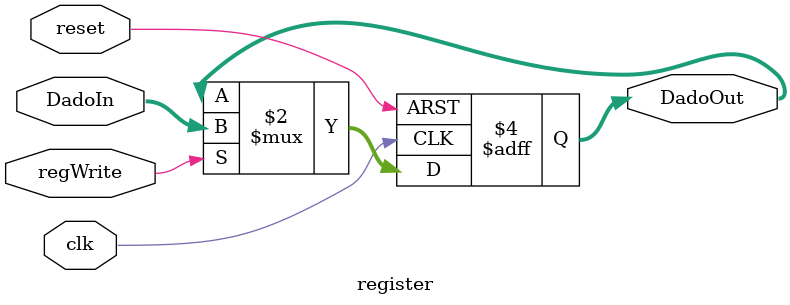
<source format=sv>
module register(
            input clk,
            input reset,
            input regWrite,
            input logic [64-1:0] DadoIn,
            output logic [64-1:0] DadoOut
        );

always_ff @(posedge clk or posedge reset)
begin	
	if(reset)
		DadoOut <= 64'd0;
	else
	begin
		if (regWrite) begin
		    DadoOut <= DadoIn;
		end
	end		
end

endmodule 

</source>
